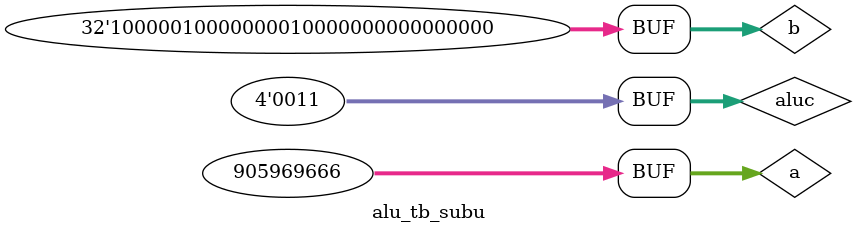
<source format=v>
`timescale 1ns / 1ns


module alu_tb_subu;

    reg [31:0] a;
    reg [31:0] b;
    reg [3:0] aluc;
    wire [31:0] r;
    wire zero;
    wire carry;
    wire negative;
    wire overflow;

    alu inst(a,b,aluc,r,zero,carry,negative,overflow);


    //test addu
    initial begin

        aluc = 4'b0011;
        a = 32'b1000_0010_0000;
        b = 32'b1000_0010_0000;

        #40 
        aluc = 4'b0011;
        a = 32'b0000_0000_0000;
        b = 32'b1000_0000_0000;        

        #40 
        aluc = 4'b0011;
        a = 32'b1000_0010_1111_0000_1111_0000_0000_0010;
        b = 32'b1000_0010_0000_0001_0000_0000_0000_0000;

        #40 
        aluc = 4'b0011;
        a = 32'b0011_0110_0000_0000_0000_0000_0000_0010;
        b = 32'b1000_0010_0000_0001_0000_0000_0000_0000;
    end


endmodule

</source>
